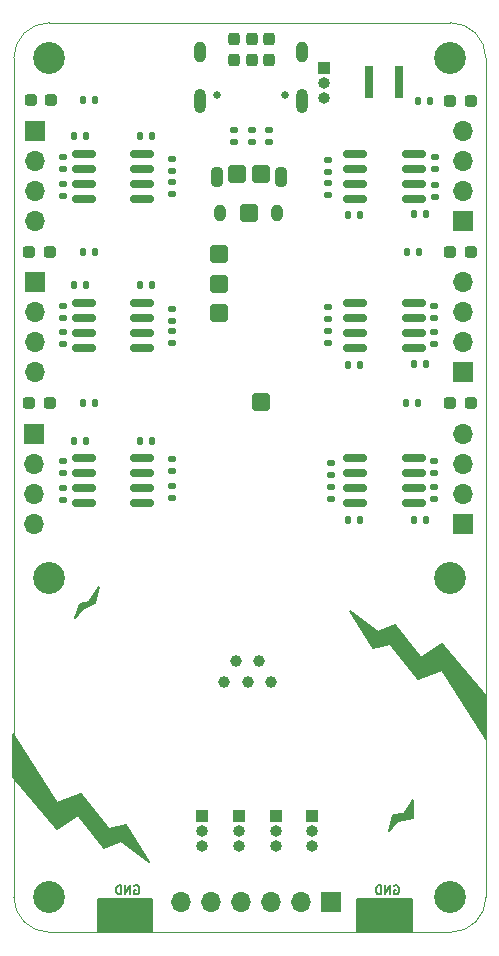
<source format=gbr>
%TF.GenerationSoftware,KiCad,Pcbnew,7.0.7*%
%TF.CreationDate,2024-10-30T16:50:21+00:00*%
%TF.ProjectId,Ponder-Pico2,506f6e64-6572-42d5-9069-636f322e6b69,1.0*%
%TF.SameCoordinates,Original*%
%TF.FileFunction,Soldermask,Bot*%
%TF.FilePolarity,Negative*%
%FSLAX46Y46*%
G04 Gerber Fmt 4.6, Leading zero omitted, Abs format (unit mm)*
G04 Created by KiCad (PCBNEW 7.0.7) date 2024-10-30 16:50:21*
%MOMM*%
%LPD*%
G01*
G04 APERTURE LIST*
G04 Aperture macros list*
%AMRoundRect*
0 Rectangle with rounded corners*
0 $1 Rounding radius*
0 $2 $3 $4 $5 $6 $7 $8 $9 X,Y pos of 4 corners*
0 Add a 4 corners polygon primitive as box body*
4,1,4,$2,$3,$4,$5,$6,$7,$8,$9,$2,$3,0*
0 Add four circle primitives for the rounded corners*
1,1,$1+$1,$2,$3*
1,1,$1+$1,$4,$5*
1,1,$1+$1,$6,$7*
1,1,$1+$1,$8,$9*
0 Add four rect primitives between the rounded corners*
20,1,$1+$1,$2,$3,$4,$5,0*
20,1,$1+$1,$4,$5,$6,$7,0*
20,1,$1+$1,$6,$7,$8,$9,0*
20,1,$1+$1,$8,$9,$2,$3,0*%
G04 Aperture macros list end*
%ADD10C,0.150000*%
%ADD11C,0.650000*%
%ADD12O,1.000000X2.100000*%
%ADD13O,1.000000X1.800000*%
%ADD14C,2.700000*%
%ADD15O,1.100000X1.800000*%
%ADD16O,1.050000X1.450000*%
%ADD17RoundRect,0.400000X-0.400000X-0.400000X0.400000X-0.400000X0.400000X0.400000X-0.400000X0.400000X0*%
%ADD18RoundRect,0.135000X-0.185000X0.135000X-0.185000X-0.135000X0.185000X-0.135000X0.185000X0.135000X0*%
%ADD19RoundRect,0.237500X-0.287500X-0.237500X0.287500X-0.237500X0.287500X0.237500X-0.287500X0.237500X0*%
%ADD20RoundRect,0.140000X0.140000X0.170000X-0.140000X0.170000X-0.140000X-0.170000X0.140000X-0.170000X0*%
%ADD21R,1.000000X1.000000*%
%ADD22O,1.000000X1.000000*%
%ADD23RoundRect,0.135000X0.185000X-0.135000X0.185000X0.135000X-0.185000X0.135000X-0.185000X-0.135000X0*%
%ADD24RoundRect,0.150000X0.825000X0.150000X-0.825000X0.150000X-0.825000X-0.150000X0.825000X-0.150000X0*%
%ADD25RoundRect,0.135000X-0.135000X-0.185000X0.135000X-0.185000X0.135000X0.185000X-0.135000X0.185000X0*%
%ADD26C,1.000000*%
%ADD27RoundRect,0.237500X0.287500X0.237500X-0.287500X0.237500X-0.287500X-0.237500X0.287500X-0.237500X0*%
%ADD28RoundRect,0.140000X-0.140000X-0.170000X0.140000X-0.170000X0.140000X0.170000X-0.140000X0.170000X0*%
%ADD29RoundRect,0.150000X-0.825000X-0.150000X0.825000X-0.150000X0.825000X0.150000X-0.825000X0.150000X0*%
%ADD30R,1.700000X1.700000*%
%ADD31O,1.700000X1.700000*%
%ADD32RoundRect,0.135000X0.135000X0.185000X-0.135000X0.185000X-0.135000X-0.185000X0.135000X-0.185000X0*%
%ADD33RoundRect,0.237500X-0.237500X0.287500X-0.237500X-0.287500X0.237500X-0.287500X0.237500X0.287500X0*%
%ADD34R,0.780000X2.835000*%
%ADD35R,0.740000X2.835000*%
%TA.AperFunction,Profile*%
%ADD36C,0.100000*%
%TD*%
G04 APERTURE END LIST*
D10*
X127700000Y-147200000D02*
X132300000Y-147200000D01*
X132300000Y-150000000D01*
X127700000Y-150000000D01*
X127700000Y-147200000D01*
G36*
X127700000Y-147200000D02*
G01*
X132300000Y-147200000D01*
X132300000Y-150000000D01*
X127700000Y-150000000D01*
X127700000Y-147200000D01*
G37*
X154400000Y-140300000D02*
X153100000Y-140600000D01*
X152400000Y-141400000D01*
X152700000Y-140100000D01*
X153600000Y-140000000D01*
X154400000Y-138800000D01*
X154400000Y-140300000D01*
G36*
X154400000Y-140300000D02*
G01*
X153100000Y-140600000D01*
X152400000Y-141400000D01*
X152700000Y-140100000D01*
X153600000Y-140000000D01*
X154400000Y-138800000D01*
X154400000Y-140300000D01*
G37*
X124259358Y-139075086D02*
X126259358Y-138275086D01*
X128659358Y-141275086D01*
X130059358Y-140875086D01*
X132059358Y-144075086D01*
X129659358Y-142275086D01*
X128259358Y-142875086D01*
X126059358Y-140075086D01*
X124259358Y-141275086D01*
X120514804Y-136837463D01*
X120514804Y-133237463D01*
X124259358Y-139075086D01*
G36*
X124259358Y-139075086D02*
G01*
X126259358Y-138275086D01*
X128659358Y-141275086D01*
X130059358Y-140875086D01*
X132059358Y-144075086D01*
X129659358Y-142275086D01*
X128259358Y-142875086D01*
X126059358Y-140075086D01*
X124259358Y-141275086D01*
X120514804Y-136837463D01*
X120514804Y-133237463D01*
X124259358Y-139075086D01*
G37*
X151455446Y-124562377D02*
X152855446Y-123962377D01*
X155055446Y-126762377D01*
X156855446Y-125562377D01*
X160600000Y-130000000D01*
X160600000Y-133600000D01*
X156855446Y-127762377D01*
X154855446Y-128562377D01*
X152455446Y-125562377D01*
X151055446Y-125962377D01*
X149055446Y-122762377D01*
X151455446Y-124562377D01*
G36*
X151455446Y-124562377D02*
G01*
X152855446Y-123962377D01*
X155055446Y-126762377D01*
X156855446Y-125562377D01*
X160600000Y-130000000D01*
X160600000Y-133600000D01*
X156855446Y-127762377D01*
X154855446Y-128562377D01*
X152455446Y-125562377D01*
X151055446Y-125962377D01*
X149055446Y-122762377D01*
X151455446Y-124562377D01*
G37*
X149700000Y-147200000D02*
X154300000Y-147200000D01*
X154300000Y-150000000D01*
X149700000Y-150000000D01*
X149700000Y-147200000D01*
G36*
X149700000Y-147200000D02*
G01*
X154300000Y-147200000D01*
X154300000Y-150000000D01*
X149700000Y-150000000D01*
X149700000Y-147200000D01*
G37*
X127500000Y-122100000D02*
X126500000Y-122600000D01*
X125800000Y-123400000D01*
X126200000Y-122200000D01*
X127000000Y-122000000D01*
X127800000Y-120800000D01*
X127500000Y-122100000D01*
G36*
X127500000Y-122100000D02*
G01*
X126500000Y-122600000D01*
X125800000Y-123400000D01*
X126200000Y-122200000D01*
X127000000Y-122000000D01*
X127800000Y-120800000D01*
X127500000Y-122100000D01*
G37*
X152812969Y-146063628D02*
X152884398Y-146027914D01*
X152884398Y-146027914D02*
X152991540Y-146027914D01*
X152991540Y-146027914D02*
X153098683Y-146063628D01*
X153098683Y-146063628D02*
X153170112Y-146135057D01*
X153170112Y-146135057D02*
X153205826Y-146206485D01*
X153205826Y-146206485D02*
X153241540Y-146349342D01*
X153241540Y-146349342D02*
X153241540Y-146456485D01*
X153241540Y-146456485D02*
X153205826Y-146599342D01*
X153205826Y-146599342D02*
X153170112Y-146670771D01*
X153170112Y-146670771D02*
X153098683Y-146742200D01*
X153098683Y-146742200D02*
X152991540Y-146777914D01*
X152991540Y-146777914D02*
X152920112Y-146777914D01*
X152920112Y-146777914D02*
X152812969Y-146742200D01*
X152812969Y-146742200D02*
X152777255Y-146706485D01*
X152777255Y-146706485D02*
X152777255Y-146456485D01*
X152777255Y-146456485D02*
X152920112Y-146456485D01*
X152455826Y-146777914D02*
X152455826Y-146027914D01*
X152455826Y-146027914D02*
X152027255Y-146777914D01*
X152027255Y-146777914D02*
X152027255Y-146027914D01*
X151670112Y-146777914D02*
X151670112Y-146027914D01*
X151670112Y-146027914D02*
X151491541Y-146027914D01*
X151491541Y-146027914D02*
X151384398Y-146063628D01*
X151384398Y-146063628D02*
X151312969Y-146135057D01*
X151312969Y-146135057D02*
X151277255Y-146206485D01*
X151277255Y-146206485D02*
X151241541Y-146349342D01*
X151241541Y-146349342D02*
X151241541Y-146456485D01*
X151241541Y-146456485D02*
X151277255Y-146599342D01*
X151277255Y-146599342D02*
X151312969Y-146670771D01*
X151312969Y-146670771D02*
X151384398Y-146742200D01*
X151384398Y-146742200D02*
X151491541Y-146777914D01*
X151491541Y-146777914D02*
X151670112Y-146777914D01*
X130812969Y-146063628D02*
X130884398Y-146027914D01*
X130884398Y-146027914D02*
X130991540Y-146027914D01*
X130991540Y-146027914D02*
X131098683Y-146063628D01*
X131098683Y-146063628D02*
X131170112Y-146135057D01*
X131170112Y-146135057D02*
X131205826Y-146206485D01*
X131205826Y-146206485D02*
X131241540Y-146349342D01*
X131241540Y-146349342D02*
X131241540Y-146456485D01*
X131241540Y-146456485D02*
X131205826Y-146599342D01*
X131205826Y-146599342D02*
X131170112Y-146670771D01*
X131170112Y-146670771D02*
X131098683Y-146742200D01*
X131098683Y-146742200D02*
X130991540Y-146777914D01*
X130991540Y-146777914D02*
X130920112Y-146777914D01*
X130920112Y-146777914D02*
X130812969Y-146742200D01*
X130812969Y-146742200D02*
X130777255Y-146706485D01*
X130777255Y-146706485D02*
X130777255Y-146456485D01*
X130777255Y-146456485D02*
X130920112Y-146456485D01*
X130455826Y-146777914D02*
X130455826Y-146027914D01*
X130455826Y-146027914D02*
X130027255Y-146777914D01*
X130027255Y-146777914D02*
X130027255Y-146027914D01*
X129670112Y-146777914D02*
X129670112Y-146027914D01*
X129670112Y-146027914D02*
X129491541Y-146027914D01*
X129491541Y-146027914D02*
X129384398Y-146063628D01*
X129384398Y-146063628D02*
X129312969Y-146135057D01*
X129312969Y-146135057D02*
X129277255Y-146206485D01*
X129277255Y-146206485D02*
X129241541Y-146349342D01*
X129241541Y-146349342D02*
X129241541Y-146456485D01*
X129241541Y-146456485D02*
X129277255Y-146599342D01*
X129277255Y-146599342D02*
X129312969Y-146670771D01*
X129312969Y-146670771D02*
X129384398Y-146742200D01*
X129384398Y-146742200D02*
X129491541Y-146777914D01*
X129491541Y-146777914D02*
X129670112Y-146777914D01*
D11*
%TO.C,J1*%
X143590000Y-79105000D03*
X137810000Y-79105000D03*
D12*
X145020000Y-79605000D03*
D13*
X145020000Y-75425000D03*
D12*
X136380000Y-79605000D03*
D13*
X136380000Y-75425000D03*
%TD*%
D14*
%TO.C,H4*%
X123600000Y-120000000D03*
%TD*%
%TO.C,H2*%
X157575000Y-75985000D03*
%TD*%
D15*
%TO.C,U1*%
X137775000Y-86080000D03*
D16*
X138075000Y-89110000D03*
X142925000Y-89110000D03*
D15*
X143225000Y-86080000D03*
D17*
X140500000Y-89080000D03*
X141500000Y-85780000D03*
X139500000Y-85780000D03*
X138000000Y-92580000D03*
X138000000Y-95080000D03*
X138000000Y-97580000D03*
X141500000Y-105080000D03*
%TD*%
D14*
%TO.C,H1*%
X123600000Y-75985000D03*
%TD*%
%TO.C,H3*%
X157575000Y-120000000D03*
%TD*%
%TO.C,H6*%
X157575000Y-147000000D03*
%TD*%
%TO.C,H5*%
X123600000Y-147000000D03*
%TD*%
D18*
%TO.C,R14*%
X124800000Y-110090000D03*
X124800000Y-111110000D03*
%TD*%
D19*
%TO.C,D1*%
X122025000Y-79500000D03*
X123775000Y-79500000D03*
%TD*%
D20*
%TO.C,C29*%
X149880000Y-101995000D03*
X148920000Y-101995000D03*
%TD*%
D21*
%TO.C,J12*%
X145865000Y-140180000D03*
D22*
X145865000Y-141450000D03*
X145865000Y-142720000D03*
%TD*%
D23*
%TO.C,R38*%
X147200000Y-85600000D03*
X147200000Y-84580000D03*
%TD*%
D24*
%TO.C,U4*%
X131475000Y-84095000D03*
X131475000Y-85365000D03*
X131475000Y-86635000D03*
X131475000Y-87905000D03*
X126525000Y-87905000D03*
X126525000Y-86635000D03*
X126525000Y-85365000D03*
X126525000Y-84095000D03*
%TD*%
D20*
%TO.C,C30*%
X149880000Y-89295000D03*
X148920000Y-89295000D03*
%TD*%
%TO.C,C22*%
X126680000Y-82600000D03*
X125720000Y-82600000D03*
%TD*%
D23*
%TO.C,R42*%
X142250000Y-83110000D03*
X142250000Y-82090000D03*
%TD*%
D25*
%TO.C,R34*%
X153890000Y-92400000D03*
X154910000Y-92400000D03*
%TD*%
D26*
%TO.C,TP4*%
X141400000Y-127040784D03*
%TD*%
D23*
%TO.C,R11*%
X124750000Y-87650000D03*
X124750000Y-86630000D03*
%TD*%
D18*
%TO.C,R33*%
X147500000Y-112290000D03*
X147500000Y-113310000D03*
%TD*%
D26*
%TO.C,TP5*%
X142400000Y-128790784D03*
%TD*%
D18*
%TO.C,R26*%
X134000000Y-99090000D03*
X134000000Y-100110000D03*
%TD*%
D20*
%TO.C,C27*%
X126680000Y-108400000D03*
X125720000Y-108400000D03*
%TD*%
D18*
%TO.C,R21*%
X156300000Y-84385000D03*
X156300000Y-85405000D03*
%TD*%
D26*
%TO.C,TP1*%
X138400000Y-128790784D03*
%TD*%
D27*
%TO.C,D4*%
X159275000Y-105200000D03*
X157525000Y-105200000D03*
%TD*%
D24*
%TO.C,U5*%
X131475000Y-96690000D03*
X131475000Y-97960000D03*
X131475000Y-99230000D03*
X131475000Y-100500000D03*
X126525000Y-100500000D03*
X126525000Y-99230000D03*
X126525000Y-97960000D03*
X126525000Y-96690000D03*
%TD*%
D18*
%TO.C,R37*%
X147200000Y-99090000D03*
X147200000Y-100110000D03*
%TD*%
D28*
%TO.C,C28*%
X154520000Y-115100000D03*
X155480000Y-115100000D03*
%TD*%
D18*
%TO.C,R23*%
X134000000Y-86490000D03*
X134000000Y-87510000D03*
%TD*%
%TO.C,R19*%
X156200000Y-96990000D03*
X156200000Y-98010000D03*
%TD*%
D23*
%TO.C,R27*%
X134000000Y-98210000D03*
X134000000Y-97190000D03*
%TD*%
%TO.C,R18*%
X156200000Y-100210000D03*
X156200000Y-99190000D03*
%TD*%
D18*
%TO.C,R10*%
X124750000Y-84390000D03*
X124750000Y-85410000D03*
%TD*%
D25*
%TO.C,R35*%
X154790000Y-79600000D03*
X155810000Y-79600000D03*
%TD*%
D23*
%TO.C,R30*%
X134000000Y-110910000D03*
X134000000Y-109890000D03*
%TD*%
%TO.C,R40*%
X139250000Y-83110000D03*
X139250000Y-82090000D03*
%TD*%
D29*
%TO.C,U9*%
X149525000Y-87905000D03*
X149525000Y-86635000D03*
X149525000Y-85365000D03*
X149525000Y-84095000D03*
X154475000Y-84095000D03*
X154475000Y-85365000D03*
X154475000Y-86635000D03*
X154475000Y-87905000D03*
%TD*%
D23*
%TO.C,R32*%
X147500000Y-111310000D03*
X147500000Y-110290000D03*
%TD*%
D26*
%TO.C,TP2*%
X140400000Y-128790784D03*
%TD*%
D23*
%TO.C,R15*%
X124800000Y-113415000D03*
X124800000Y-112395000D03*
%TD*%
D18*
%TO.C,R39*%
X147200000Y-86580000D03*
X147200000Y-87600000D03*
%TD*%
D30*
%TO.C,J6*%
X158625000Y-102580000D03*
D31*
X158625000Y-100040000D03*
X158625000Y-97500000D03*
X158625000Y-94960000D03*
%TD*%
D19*
%TO.C,D3*%
X121925000Y-105200000D03*
X123675000Y-105200000D03*
%TD*%
D20*
%TO.C,C24*%
X126680000Y-95200000D03*
X125720000Y-95200000D03*
%TD*%
D28*
%TO.C,C31*%
X154520000Y-101900000D03*
X155480000Y-101900000D03*
%TD*%
D32*
%TO.C,R25*%
X127510000Y-92400000D03*
X126490000Y-92400000D03*
%TD*%
D33*
%TO.C,D9*%
X142250000Y-74375000D03*
X142250000Y-76125000D03*
%TD*%
D29*
%TO.C,U7*%
X149525000Y-113610000D03*
X149525000Y-112340000D03*
X149525000Y-111070000D03*
X149525000Y-109800000D03*
X154475000Y-109800000D03*
X154475000Y-111070000D03*
X154475000Y-112340000D03*
X154475000Y-113610000D03*
%TD*%
D23*
%TO.C,R36*%
X147200000Y-98110000D03*
X147200000Y-97090000D03*
%TD*%
D33*
%TO.C,D7*%
X139250000Y-74375000D03*
X139250000Y-76125000D03*
%TD*%
D28*
%TO.C,C21*%
X131320000Y-82600000D03*
X132280000Y-82600000D03*
%TD*%
D18*
%TO.C,R29*%
X134000000Y-112200000D03*
X134000000Y-113220000D03*
%TD*%
D20*
%TO.C,C26*%
X149880000Y-115100000D03*
X148920000Y-115100000D03*
%TD*%
D21*
%TO.C,J13*%
X142765000Y-140150000D03*
D22*
X142765000Y-141420000D03*
X142765000Y-142690000D03*
%TD*%
D30*
%TO.C,J2*%
X122375000Y-82175000D03*
D31*
X122375000Y-84715000D03*
X122375000Y-87255000D03*
X122375000Y-89795000D03*
%TD*%
D30*
%TO.C,J7*%
X158600000Y-89800000D03*
D31*
X158600000Y-87260000D03*
X158600000Y-84720000D03*
X158600000Y-82180000D03*
%TD*%
D29*
%TO.C,U8*%
X149525000Y-100500000D03*
X149525000Y-99230000D03*
X149525000Y-97960000D03*
X149525000Y-96690000D03*
X154475000Y-96690000D03*
X154475000Y-97960000D03*
X154475000Y-99230000D03*
X154475000Y-100500000D03*
%TD*%
D34*
%TO.C,J10*%
X153220000Y-78032500D03*
D35*
X150700000Y-78032500D03*
%TD*%
D23*
%TO.C,R16*%
X156200000Y-113310000D03*
X156200000Y-112290000D03*
%TD*%
%TO.C,R13*%
X124800000Y-100210000D03*
X124800000Y-99190000D03*
%TD*%
D33*
%TO.C,D8*%
X140750000Y-74375000D03*
X140750000Y-76125000D03*
%TD*%
D25*
%TO.C,R31*%
X153780000Y-105200000D03*
X154800000Y-105200000D03*
%TD*%
D18*
%TO.C,R17*%
X156200000Y-110090000D03*
X156200000Y-111110000D03*
%TD*%
D19*
%TO.C,D2*%
X121925000Y-92400000D03*
X123675000Y-92400000D03*
%TD*%
D18*
%TO.C,R12*%
X124800000Y-96990000D03*
X124800000Y-98010000D03*
%TD*%
D30*
%TO.C,J3*%
X122375000Y-94950000D03*
D31*
X122375000Y-97490000D03*
X122375000Y-100030000D03*
X122375000Y-102570000D03*
%TD*%
D27*
%TO.C,D6*%
X159275000Y-79600000D03*
X157525000Y-79600000D03*
%TD*%
%TO.C,D5*%
X159275000Y-92400000D03*
X157525000Y-92400000D03*
%TD*%
D20*
%TO.C,C25*%
X132280000Y-108400000D03*
X131320000Y-108400000D03*
%TD*%
D30*
%TO.C,J5*%
X158600000Y-115420000D03*
D31*
X158600000Y-112880000D03*
X158600000Y-110340000D03*
X158600000Y-107800000D03*
%TD*%
D30*
%TO.C,J8*%
X147425000Y-147400000D03*
D31*
X144885000Y-147400000D03*
X142345000Y-147400000D03*
X139805000Y-147400000D03*
X137265000Y-147400000D03*
X134725000Y-147400000D03*
%TD*%
D28*
%TO.C,C32*%
X154520000Y-89200000D03*
X155480000Y-89200000D03*
%TD*%
D21*
%TO.C,J14*%
X139665000Y-140160000D03*
D22*
X139665000Y-141430000D03*
X139665000Y-142700000D03*
%TD*%
D23*
%TO.C,R20*%
X156300000Y-87710000D03*
X156300000Y-86690000D03*
%TD*%
D21*
%TO.C,J9*%
X146900000Y-76825000D03*
D22*
X146900000Y-78095000D03*
X146900000Y-79365000D03*
%TD*%
D21*
%TO.C,J15*%
X136565000Y-140160000D03*
D22*
X136565000Y-141430000D03*
X136565000Y-142700000D03*
%TD*%
D24*
%TO.C,U6*%
X131475000Y-109800000D03*
X131475000Y-111070000D03*
X131475000Y-112340000D03*
X131475000Y-113610000D03*
X126525000Y-113610000D03*
X126525000Y-112340000D03*
X126525000Y-111070000D03*
X126525000Y-109800000D03*
%TD*%
D32*
%TO.C,R22*%
X127510000Y-79500000D03*
X126490000Y-79500000D03*
%TD*%
D23*
%TO.C,R41*%
X140750000Y-83110000D03*
X140750000Y-82090000D03*
%TD*%
D20*
%TO.C,C23*%
X132280000Y-95200000D03*
X131320000Y-95200000D03*
%TD*%
D26*
%TO.C,TP3*%
X139400000Y-127040784D03*
%TD*%
D32*
%TO.C,R28*%
X127510000Y-105200000D03*
X126490000Y-105200000D03*
%TD*%
D23*
%TO.C,R24*%
X134000000Y-85510000D03*
X134000000Y-84490000D03*
%TD*%
D30*
%TO.C,J4*%
X122350000Y-107805000D03*
D31*
X122350000Y-110345000D03*
X122350000Y-112885000D03*
X122350000Y-115425000D03*
%TD*%
D36*
X120600000Y-146987500D02*
X120600000Y-75985000D01*
X160575000Y-75985000D02*
G75*
G03*
X157575000Y-72985000I-3000000J0D01*
G01*
X123600000Y-72985000D02*
G75*
G03*
X120600000Y-75985000I0J-3000000D01*
G01*
X120600000Y-146987500D02*
G75*
G03*
X123612500Y-150000000I3012500J0D01*
G01*
X123600000Y-72985000D02*
X157575000Y-72985000D01*
X157587500Y-150000000D02*
G75*
G03*
X160575000Y-147012500I0J2987500D01*
G01*
X157587500Y-150000000D02*
X123612500Y-150000000D01*
X160575000Y-75985000D02*
X160575000Y-147012500D01*
M02*

</source>
